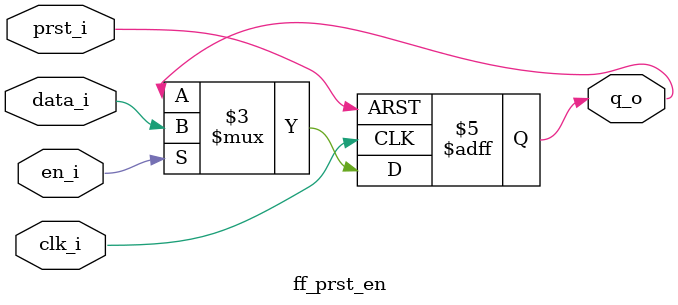
<source format=v>
module ff_prst_en (
    input      data_i,
    input      clk_i,
    input      prst_i,
    input      en_i,
    output reg q_o
);
  always @(posedge clk_i or negedge prst_i)
    if (~prst_i) q_o <= 1'b1;
    else if (en_i) q_o <= data_i;
endmodule

</source>
